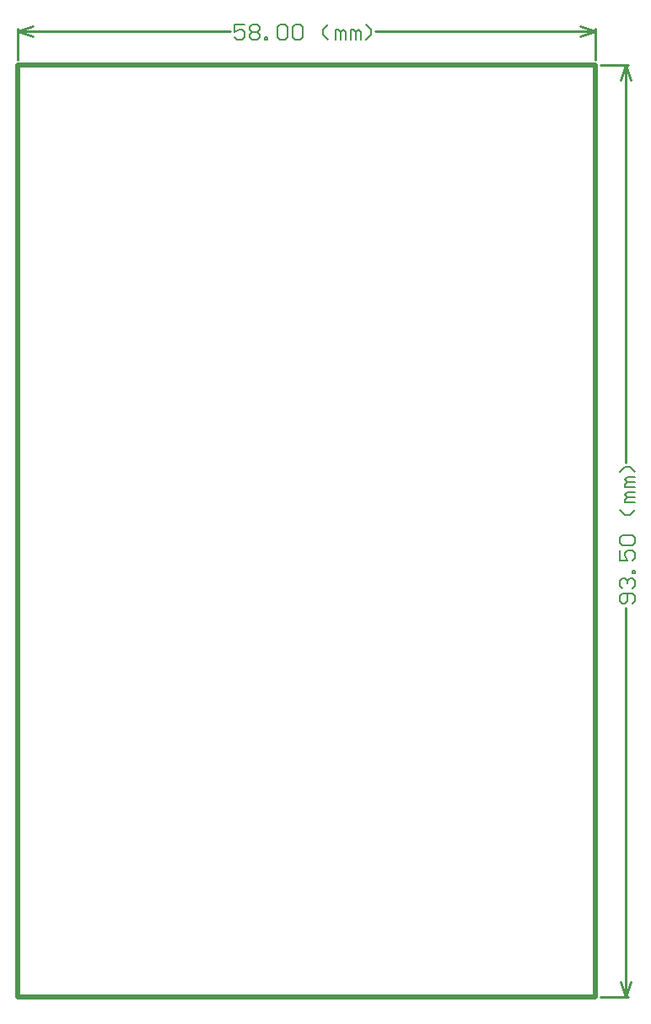
<source format=gm1>
G04*
G04 #@! TF.GenerationSoftware,Altium Limited,Altium Designer,20.0.10 (225)*
G04*
G04 Layer_Color=16711935*
%FSLAX25Y25*%
%MOIN*%
G70*
G01*
G75*
%ADD11C,0.01000*%
%ADD17C,0.00600*%
%ADD54C,0.01968*%
D11*
X100000Y481496D02*
X106000Y483496D01*
X100000Y481496D02*
X106000Y479496D01*
X322346D02*
X328346Y481496D01*
X322346Y483496D02*
X328346Y481496D01*
X100000D02*
X183982D01*
X241164D02*
X328346D01*
X100000Y470094D02*
Y482496D01*
X328346Y470094D02*
Y482496D01*
X338158Y106000D02*
X340158Y100000D01*
X342158Y106000D01*
X340158Y468110D02*
X342158Y462110D01*
X338158D02*
X340158Y468110D01*
Y100000D02*
Y253864D01*
Y311046D02*
Y468110D01*
X330331Y100000D02*
X341158D01*
X330331Y468110D02*
X341158D01*
D17*
X189581Y483895D02*
X185582D01*
Y480896D01*
X187581Y481896D01*
X188581D01*
X189581Y480896D01*
Y478897D01*
X188581Y477897D01*
X186582D01*
X185582Y478897D01*
X191580Y482895D02*
X192580Y483895D01*
X194579D01*
X195579Y482895D01*
Y481896D01*
X194579Y480896D01*
X195579Y479896D01*
Y478897D01*
X194579Y477897D01*
X192580D01*
X191580Y478897D01*
Y479896D01*
X192580Y480896D01*
X191580Y481896D01*
Y482895D01*
X192580Y480896D02*
X194579D01*
X197578Y477897D02*
Y478897D01*
X198578D01*
Y477897D01*
X197578D01*
X202576Y482895D02*
X203576Y483895D01*
X205575D01*
X206575Y482895D01*
Y478897D01*
X205575Y477897D01*
X203576D01*
X202576Y478897D01*
Y482895D01*
X208575D02*
X209574Y483895D01*
X211574D01*
X212573Y482895D01*
Y478897D01*
X211574Y477897D01*
X209574D01*
X208575Y478897D01*
Y482895D01*
X222570Y477897D02*
X220571Y479896D01*
Y481896D01*
X222570Y483895D01*
X225569Y477897D02*
Y481896D01*
X226569D01*
X227568Y480896D01*
Y477897D01*
Y480896D01*
X228568Y481896D01*
X229568Y480896D01*
Y477897D01*
X231567D02*
Y481896D01*
X232567D01*
X233566Y480896D01*
Y477897D01*
Y480896D01*
X234566Y481896D01*
X235566Y480896D01*
Y477897D01*
X237565D02*
X239564Y479896D01*
Y481896D01*
X237565Y483895D01*
X342757Y255464D02*
X343757Y256464D01*
Y258463D01*
X342757Y259463D01*
X338758D01*
X337758Y258463D01*
Y256464D01*
X338758Y255464D01*
X339758D01*
X340757Y256464D01*
Y259463D01*
X338758Y261462D02*
X337758Y262462D01*
Y264461D01*
X338758Y265461D01*
X339758D01*
X340757Y264461D01*
Y263461D01*
Y264461D01*
X341757Y265461D01*
X342757D01*
X343757Y264461D01*
Y262462D01*
X342757Y261462D01*
X343757Y267460D02*
X342757D01*
Y268460D01*
X343757D01*
Y267460D01*
X337758Y276457D02*
Y272458D01*
X340757D01*
X339758Y274458D01*
Y275457D01*
X340757Y276457D01*
X342757D01*
X343757Y275457D01*
Y273458D01*
X342757Y272458D01*
X338758Y278456D02*
X337758Y279456D01*
Y281455D01*
X338758Y282455D01*
X342757D01*
X343757Y281455D01*
Y279456D01*
X342757Y278456D01*
X338758D01*
X343757Y292452D02*
X341757Y290453D01*
X339758D01*
X337758Y292452D01*
X343757Y295451D02*
X339758D01*
Y296451D01*
X340757Y297450D01*
X343757D01*
X340757D01*
X339758Y298450D01*
X340757Y299450D01*
X343757D01*
Y301449D02*
X339758D01*
Y302449D01*
X340757Y303448D01*
X343757D01*
X340757D01*
X339758Y304448D01*
X340757Y305448D01*
X343757D01*
Y307447D02*
X341757Y309446D01*
X339758D01*
X337758Y307447D01*
D54*
X100000Y100000D02*
Y468110D01*
X328346D01*
X328346Y100000D01*
X100000D02*
X328346D01*
M02*

</source>
